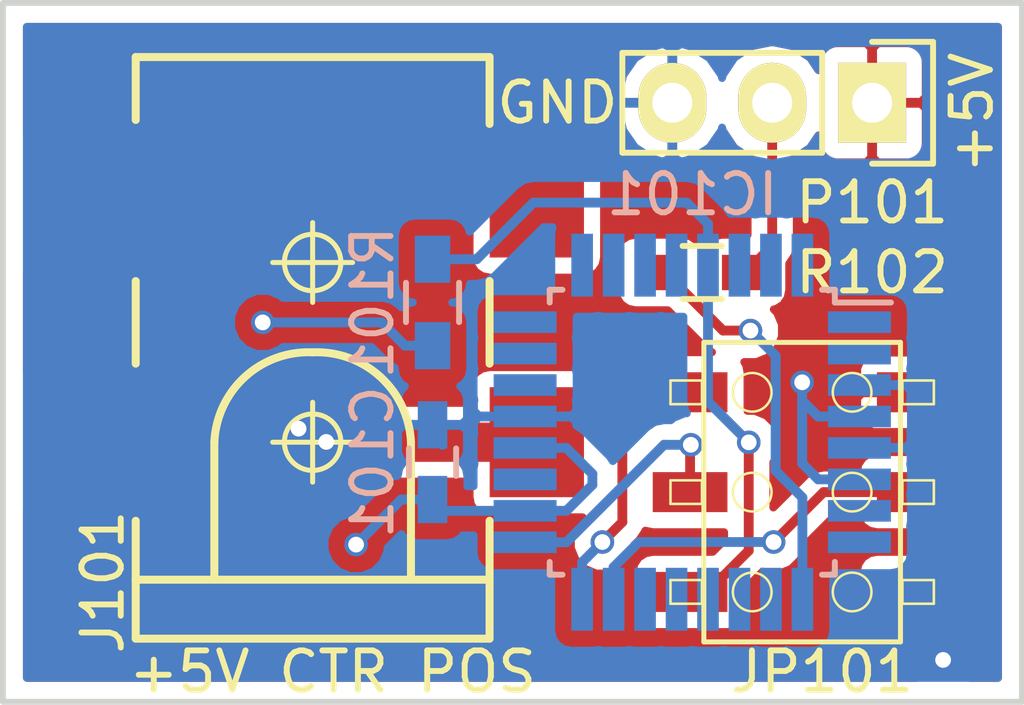
<source format=kicad_pcb>
(kicad_pcb (version 4) (host pcbnew 4.0.1-stable)

  (general
    (links 22)
    (no_connects 0)
    (area 123.368999 114.351571 149.617 136.103)
    (thickness 1.6)
    (drawings 7)
    (tracks 77)
    (zones 0)
    (modules 7)
    (nets 30)
  )

  (page A4)
  (layers
    (0 F.Cu signal)
    (31 B.Cu signal)
    (32 B.Adhes user)
    (33 F.Adhes user)
    (34 B.Paste user)
    (35 F.Paste user)
    (36 B.SilkS user)
    (37 F.SilkS user)
    (38 B.Mask user)
    (39 F.Mask user)
    (40 Dwgs.User user)
    (41 Cmts.User user)
    (42 Eco1.User user)
    (43 Eco2.User user)
    (44 Edge.Cuts user)
    (45 Margin user)
    (46 B.CrtYd user)
    (47 F.CrtYd user)
    (48 B.Fab user hide)
    (49 F.Fab user hide)
  )

  (setup
    (last_trace_width 0.25)
    (trace_clearance 0.2)
    (zone_clearance 0.4)
    (zone_45_only no)
    (trace_min 0.2)
    (segment_width 0.2)
    (edge_width 0.15)
    (via_size 0.6)
    (via_drill 0.4)
    (via_min_size 0.4)
    (via_min_drill 0.3)
    (uvia_size 0.3)
    (uvia_drill 0.1)
    (uvias_allowed no)
    (uvia_min_size 0.2)
    (uvia_min_drill 0.1)
    (pcb_text_width 0.3)
    (pcb_text_size 1.5 1.5)
    (mod_edge_width 0.15)
    (mod_text_size 1 1)
    (mod_text_width 0.15)
    (pad_size 1.524 1.524)
    (pad_drill 0.762)
    (pad_to_mask_clearance 0.2)
    (aux_axis_origin 0 0)
    (visible_elements FFFFFF7F)
    (pcbplotparams
      (layerselection 0x010f0_80000001)
      (usegerberextensions true)
      (excludeedgelayer true)
      (linewidth 0.100000)
      (plotframeref false)
      (viasonmask false)
      (mode 1)
      (useauxorigin false)
      (hpglpennumber 1)
      (hpglpenspeed 20)
      (hpglpendiameter 15)
      (hpglpenoverlay 2)
      (psnegative false)
      (psa4output false)
      (plotreference true)
      (plotvalue false)
      (plotinvisibletext false)
      (padsonsilk false)
      (subtractmaskfromsilk false)
      (outputformat 1)
      (mirror false)
      (drillshape 0)
      (scaleselection 1)
      (outputdirectory gerbers/))
  )

  (net 0 "")
  (net 1 +5V)
  (net 2 GND)
  (net 3 "Net-(IC101-Pad1)")
  (net 4 "Net-(IC101-Pad2)")
  (net 5 "Net-(IC101-Pad7)")
  (net 6 "Net-(IC101-Pad8)")
  (net 7 /D_OUT)
  (net 8 "Net-(IC101-Pad10)")
  (net 9 "Net-(IC101-Pad11)")
  (net 10 "Net-(IC101-Pad12)")
  (net 11 "Net-(IC101-Pad13)")
  (net 12 "Net-(IC101-Pad14)")
  (net 13 /PROG_MOSI)
  (net 14 /PROG_MISO)
  (net 15 /PROG_SCK)
  (net 16 "Net-(IC101-Pad19)")
  (net 17 "Net-(IC101-Pad22)")
  (net 18 "Net-(IC101-Pad23)")
  (net 19 "Net-(IC101-Pad24)")
  (net 20 "Net-(IC101-Pad25)")
  (net 21 "Net-(IC101-Pad26)")
  (net 22 "Net-(IC101-Pad27)")
  (net 23 "Net-(IC101-Pad28)")
  (net 24 /RESET)
  (net 25 "Net-(IC101-Pad30)")
  (net 26 "Net-(IC101-Pad31)")
  (net 27 "Net-(IC101-Pad32)")
  (net 28 /D_STRIP)
  (net 29 "Net-(J101-PadGNDB)")

  (net_class Default "This is the default net class."
    (clearance 0.2)
    (trace_width 0.25)
    (via_dia 0.6)
    (via_drill 0.4)
    (uvia_dia 0.3)
    (uvia_drill 0.1)
    (add_net +5V)
    (add_net /D_OUT)
    (add_net /D_STRIP)
    (add_net /PROG_MISO)
    (add_net /PROG_MOSI)
    (add_net /PROG_SCK)
    (add_net /RESET)
    (add_net GND)
    (add_net "Net-(IC101-Pad1)")
    (add_net "Net-(IC101-Pad10)")
    (add_net "Net-(IC101-Pad11)")
    (add_net "Net-(IC101-Pad12)")
    (add_net "Net-(IC101-Pad13)")
    (add_net "Net-(IC101-Pad14)")
    (add_net "Net-(IC101-Pad19)")
    (add_net "Net-(IC101-Pad2)")
    (add_net "Net-(IC101-Pad22)")
    (add_net "Net-(IC101-Pad23)")
    (add_net "Net-(IC101-Pad24)")
    (add_net "Net-(IC101-Pad25)")
    (add_net "Net-(IC101-Pad26)")
    (add_net "Net-(IC101-Pad27)")
    (add_net "Net-(IC101-Pad28)")
    (add_net "Net-(IC101-Pad30)")
    (add_net "Net-(IC101-Pad31)")
    (add_net "Net-(IC101-Pad32)")
    (add_net "Net-(IC101-Pad7)")
    (add_net "Net-(IC101-Pad8)")
    (add_net "Net-(J101-PadGNDB)")
  )

  (module SparkFun-Connectors:SparkFun-Connectors-POWER_JACK_SMD (layer F.Cu) (tedit 568A9B66) (tstamp 568A8F11)
    (at 131.318 129.286 90)
    (path /568A8DED)
    (attr smd)
    (fp_text reference J101 (at -3.556 -5.334 270) (layer F.SilkS)
      (effects (font (size 1 1) (thickness 0.15)))
    )
    (fp_text value POWER_JACKSMD (at 5.08 2.54 90) (layer F.Fab)
      (effects (font (thickness 0.15)))
    )
    (fp_line (start -4.99872 -4.49834) (end -4.99872 4.49834) (layer F.SilkS) (width 0.2032))
    (fp_line (start -4.99872 -4.49834) (end -3.49758 -4.49834) (layer F.SilkS) (width 0.2032))
    (fp_line (start 9.79932 -4.49834) (end 9.79932 4.49834) (layer F.SilkS) (width 0.2032))
    (fp_line (start -3.49758 4.49834) (end -4.99872 4.49834) (layer F.SilkS) (width 0.2032))
    (fp_line (start -3.49758 -4.49834) (end -3.49758 -2.49936) (layer F.SilkS) (width 0.2032))
    (fp_line (start -3.49758 -2.49936) (end -3.49758 2.49936) (layer F.SilkS) (width 0.2032))
    (fp_line (start -3.49758 2.49936) (end -3.49758 4.49834) (layer F.SilkS) (width 0.2032))
    (fp_line (start -3.49758 -2.49936) (end 0 -2.49936) (layer F.SilkS) (width 0.2032))
    (fp_line (start 0 2.49936) (end -3.49758 2.49936) (layer F.SilkS) (width 0.2032))
    (fp_line (start -3.49758 -4.49834) (end -1.99898 -4.49834) (layer F.SilkS) (width 0.2032))
    (fp_line (start 1.99898 -4.49834) (end 4.09956 -4.49834) (layer F.SilkS) (width 0.2032))
    (fp_line (start 8.19912 -4.49834) (end 9.79932 -4.49834) (layer F.SilkS) (width 0.2032))
    (fp_line (start 9.79932 4.49834) (end 8.09752 4.49834) (layer F.SilkS) (width 0.2032))
    (fp_line (start 4.09956 4.49834) (end 1.99898 4.49834) (layer F.SilkS) (width 0.2032))
    (fp_line (start -1.99898 4.49834) (end -3.49758 4.49834) (layer F.SilkS) (width 0.2032))
    (fp_circle (center 0 0) (end -0.508 0.508) (layer F.SilkS) (width 0.127))
    (fp_line (start -1.016 0) (end 1.016 0) (layer F.SilkS) (width 0.127))
    (fp_line (start 0 1.016) (end 0 -1.016) (layer F.SilkS) (width 0.127))
    (fp_circle (center 4.572 0) (end 5.08 0.508) (layer F.SilkS) (width 0.127))
    (fp_line (start 3.556 0) (end 5.588 0) (layer F.SilkS) (width 0.127))
    (fp_line (start 4.572 1.016) (end 4.572 -1.016) (layer F.SilkS) (width 0.127))
    (fp_arc (start -0.10668 -0.10668) (end 0 -2.49936) (angle 90) (layer F.SilkS) (width 0.2032))
    (fp_arc (start -0.10668 0.10668) (end 2.286 0) (angle 90) (layer F.SilkS) (width 0.2032))
    (pad GND smd rect (at 0 5.69976 90) (size 2.79908 2.39776) (layers F.Cu F.Paste F.Mask)
      (net 2 GND))
    (pad GNDB smd rect (at 6.09854 5.69976 90) (size 2.79908 2.39776) (layers F.Cu F.Paste F.Mask)
      (net 29 "Net-(J101-PadGNDB)"))
    (pad VIN0 smd rect (at 0 -5.69976 90) (size 2.79908 2.39776) (layers F.Cu F.Paste F.Mask)
      (net 1 +5V))
    (pad VIN1 smd rect (at 6.09854 -5.69976 90) (size 2.79908 2.39776) (layers F.Cu F.Paste F.Mask)
      (net 1 +5V))
  )

  (module Capacitors_SMD:C_0603_HandSoldering (layer B.Cu) (tedit 541A9B4D) (tstamp 568A804C)
    (at 134.366 129.794 90)
    (descr "Capacitor SMD 0603, hand soldering")
    (tags "capacitor 0603")
    (path /568A6E6B)
    (attr smd)
    (fp_text reference C101 (at 0 -1.524 90) (layer B.SilkS)
      (effects (font (size 1 1) (thickness 0.15)) (justify mirror))
    )
    (fp_text value 100nF (at 0 -1.9 90) (layer B.Fab)
      (effects (font (size 1 1) (thickness 0.15)) (justify mirror))
    )
    (fp_line (start -1.85 0.75) (end 1.85 0.75) (layer B.CrtYd) (width 0.05))
    (fp_line (start -1.85 -0.75) (end 1.85 -0.75) (layer B.CrtYd) (width 0.05))
    (fp_line (start -1.85 0.75) (end -1.85 -0.75) (layer B.CrtYd) (width 0.05))
    (fp_line (start 1.85 0.75) (end 1.85 -0.75) (layer B.CrtYd) (width 0.05))
    (fp_line (start -0.35 0.6) (end 0.35 0.6) (layer B.SilkS) (width 0.15))
    (fp_line (start 0.35 -0.6) (end -0.35 -0.6) (layer B.SilkS) (width 0.15))
    (pad 1 smd rect (at -0.95 0 90) (size 1.2 0.75) (layers B.Cu B.Paste B.Mask)
      (net 1 +5V))
    (pad 2 smd rect (at 0.95 0 90) (size 1.2 0.75) (layers B.Cu B.Paste B.Mask)
      (net 2 GND))
    (model Capacitors_SMD.3dshapes/C_0603_HandSoldering.wrl
      (at (xyz 0 0 0))
      (scale (xyz 1 1 1))
      (rotate (xyz 0 0 0))
    )
  )

  (module SparkFun-Connectors:SparkFun-Connectors-2X3_SMD (layer F.Cu) (tedit 568A9B76) (tstamp 568A8F1B)
    (at 143.764 130.556 270)
    (path /568A8DB0)
    (attr smd)
    (fp_text reference JP101 (at 4.572 -0.508 360) (layer F.SilkS)
      (effects (font (size 1 1) (thickness 0.15)))
    )
    (fp_text value M03X2 (at -2.28092 0.2032 270) (layer F.Fab)
      (effects (font (size 0.4064 0.4064) (thickness 0.0254)))
    )
    (fp_line (start -0.29972 -2.54762) (end 0.29972 -2.54762) (layer F.SilkS) (width 0.06604))
    (fp_line (start 0.29972 -2.54762) (end 0.29972 -3.34772) (layer F.SilkS) (width 0.06604))
    (fp_line (start -0.29972 -3.34772) (end 0.29972 -3.34772) (layer F.SilkS) (width 0.06604))
    (fp_line (start -0.29972 -2.54762) (end -0.29972 -3.34772) (layer F.SilkS) (width 0.06604))
    (fp_line (start -2.83972 -2.54762) (end -2.23774 -2.54762) (layer F.SilkS) (width 0.06604))
    (fp_line (start -2.23774 -2.54762) (end -2.23774 -3.34772) (layer F.SilkS) (width 0.06604))
    (fp_line (start -2.83972 -3.34772) (end -2.23774 -3.34772) (layer F.SilkS) (width 0.06604))
    (fp_line (start -2.83972 -2.54762) (end -2.83972 -3.34772) (layer F.SilkS) (width 0.06604))
    (fp_line (start 2.23774 -2.54762) (end 2.83972 -2.54762) (layer F.SilkS) (width 0.06604))
    (fp_line (start 2.83972 -2.54762) (end 2.83972 -3.34772) (layer F.SilkS) (width 0.06604))
    (fp_line (start 2.23774 -3.34772) (end 2.83972 -3.34772) (layer F.SilkS) (width 0.06604))
    (fp_line (start 2.23774 -2.54762) (end 2.23774 -3.34772) (layer F.SilkS) (width 0.06604))
    (fp_line (start -2.83972 3.34772) (end -2.23774 3.34772) (layer F.SilkS) (width 0.06604))
    (fp_line (start -2.23774 3.34772) (end -2.23774 2.54762) (layer F.SilkS) (width 0.06604))
    (fp_line (start -2.83972 2.54762) (end -2.23774 2.54762) (layer F.SilkS) (width 0.06604))
    (fp_line (start -2.83972 3.34772) (end -2.83972 2.54762) (layer F.SilkS) (width 0.06604))
    (fp_line (start -0.29972 3.34772) (end 0.29972 3.34772) (layer F.SilkS) (width 0.06604))
    (fp_line (start 0.29972 3.34772) (end 0.29972 2.54762) (layer F.SilkS) (width 0.06604))
    (fp_line (start -0.29972 2.54762) (end 0.29972 2.54762) (layer F.SilkS) (width 0.06604))
    (fp_line (start -0.29972 3.34772) (end -0.29972 2.54762) (layer F.SilkS) (width 0.06604))
    (fp_line (start 2.23774 3.34772) (end 2.83972 3.34772) (layer F.SilkS) (width 0.06604))
    (fp_line (start 2.83972 3.34772) (end 2.83972 2.54762) (layer F.SilkS) (width 0.06604))
    (fp_line (start 2.23774 2.54762) (end 2.83972 2.54762) (layer F.SilkS) (width 0.06604))
    (fp_line (start 2.23774 3.34772) (end 2.23774 2.54762) (layer F.SilkS) (width 0.06604))
    (fp_line (start -3.81 2.49936) (end -3.81 -2.49936) (layer F.SilkS) (width 0.127))
    (fp_line (start -3.81 -2.49936) (end 3.81 -2.49936) (layer F.SilkS) (width 0.127))
    (fp_line (start 3.81 -2.49936) (end 3.81 2.49936) (layer F.SilkS) (width 0.127))
    (fp_line (start 3.81 2.49936) (end -3.81 2.49936) (layer F.SilkS) (width 0.127))
    (fp_circle (center 0 -1.27) (end -0.34798 -1.61798) (layer F.SilkS) (width 0.0635))
    (fp_circle (center -2.54 -1.27) (end -2.88798 -1.61798) (layer F.SilkS) (width 0.0635))
    (fp_circle (center -2.54 1.27) (end -2.88798 1.61798) (layer F.SilkS) (width 0.0635))
    (fp_circle (center 0 1.27) (end -0.34798 1.61798) (layer F.SilkS) (width 0.0635))
    (fp_circle (center 2.54 1.27) (end 2.88798 1.61798) (layer F.SilkS) (width 0.0635))
    (fp_circle (center 2.54 -1.27) (end 2.88798 -1.61798) (layer F.SilkS) (width 0.0635))
    (pad 1 smd rect (at -2.54 2.84988 270) (size 1.01854 1.89992) (layers F.Cu F.Paste F.Mask)
      (net 14 /PROG_MISO))
    (pad 2 smd rect (at -2.54 -2.84988 270) (size 1.01854 1.89992) (layers F.Cu F.Paste F.Mask)
      (net 1 +5V))
    (pad 3 smd rect (at 0 2.84988 270) (size 1.01854 1.89992) (layers F.Cu F.Paste F.Mask)
      (net 15 /PROG_SCK))
    (pad 4 smd rect (at 0 -2.84988 270) (size 1.01854 1.89992) (layers F.Cu F.Paste F.Mask)
      (net 13 /PROG_MOSI))
    (pad 5 smd rect (at 2.54 2.84988 270) (size 1.01854 1.89992) (layers F.Cu F.Paste F.Mask)
      (net 24 /RESET))
    (pad 6 smd rect (at 2.54 -2.84988 270) (size 1.01854 1.89992) (layers F.Cu F.Paste F.Mask)
      (net 2 GND))
  )

  (module Pin_Headers:Pin_Header_Straight_1x03 (layer F.Cu) (tedit 0) (tstamp 568A8F3B)
    (at 145.542 120.65 270)
    (descr "Through hole pin header")
    (tags "pin header")
    (path /568A779C)
    (fp_text reference P101 (at 2.54 0 360) (layer F.SilkS)
      (effects (font (size 1 1) (thickness 0.15)))
    )
    (fp_text value CONN_01X03 (at 0 -3.1 270) (layer F.Fab)
      (effects (font (size 1 1) (thickness 0.15)))
    )
    (fp_line (start -1.75 -1.75) (end -1.75 6.85) (layer F.CrtYd) (width 0.05))
    (fp_line (start 1.75 -1.75) (end 1.75 6.85) (layer F.CrtYd) (width 0.05))
    (fp_line (start -1.75 -1.75) (end 1.75 -1.75) (layer F.CrtYd) (width 0.05))
    (fp_line (start -1.75 6.85) (end 1.75 6.85) (layer F.CrtYd) (width 0.05))
    (fp_line (start -1.27 1.27) (end -1.27 6.35) (layer F.SilkS) (width 0.15))
    (fp_line (start -1.27 6.35) (end 1.27 6.35) (layer F.SilkS) (width 0.15))
    (fp_line (start 1.27 6.35) (end 1.27 1.27) (layer F.SilkS) (width 0.15))
    (fp_line (start 1.55 -1.55) (end 1.55 0) (layer F.SilkS) (width 0.15))
    (fp_line (start 1.27 1.27) (end -1.27 1.27) (layer F.SilkS) (width 0.15))
    (fp_line (start -1.55 0) (end -1.55 -1.55) (layer F.SilkS) (width 0.15))
    (fp_line (start -1.55 -1.55) (end 1.55 -1.55) (layer F.SilkS) (width 0.15))
    (pad 1 thru_hole rect (at 0 0 270) (size 2.032 1.7272) (drill 1.016) (layers *.Cu *.Mask F.SilkS)
      (net 1 +5V))
    (pad 2 thru_hole oval (at 0 2.54 270) (size 2.032 1.7272) (drill 1.016) (layers *.Cu *.Mask F.SilkS)
      (net 28 /D_STRIP))
    (pad 3 thru_hole oval (at 0 5.08 270) (size 2.032 1.7272) (drill 1.016) (layers *.Cu *.Mask F.SilkS)
      (net 2 GND))
    (model Pin_Headers.3dshapes/Pin_Header_Straight_1x03.wrl
      (at (xyz 0 -0.1 0))
      (scale (xyz 1 1 1))
      (rotate (xyz 0 0 90))
    )
  )

  (module Resistors_SMD:R_0603_HandSoldering (layer F.Cu) (tedit 5418A00F) (tstamp 568A8094)
    (at 141.224 124.968 180)
    (descr "Resistor SMD 0603, hand soldering")
    (tags "resistor 0603")
    (path /568A747E)
    (attr smd)
    (fp_text reference R102 (at -4.318 0 180) (layer F.SilkS)
      (effects (font (size 1 1) (thickness 0.15)))
    )
    (fp_text value 470R (at 0 1.9 180) (layer F.Fab)
      (effects (font (size 1 1) (thickness 0.15)))
    )
    (fp_line (start -2 -0.8) (end 2 -0.8) (layer F.CrtYd) (width 0.05))
    (fp_line (start -2 0.8) (end 2 0.8) (layer F.CrtYd) (width 0.05))
    (fp_line (start -2 -0.8) (end -2 0.8) (layer F.CrtYd) (width 0.05))
    (fp_line (start 2 -0.8) (end 2 0.8) (layer F.CrtYd) (width 0.05))
    (fp_line (start 0.5 0.675) (end -0.5 0.675) (layer F.SilkS) (width 0.15))
    (fp_line (start -0.5 -0.675) (end 0.5 -0.675) (layer F.SilkS) (width 0.15))
    (pad 1 smd rect (at -1.1 0 180) (size 1.2 0.9) (layers F.Cu F.Paste F.Mask)
      (net 28 /D_STRIP))
    (pad 2 smd rect (at 1.1 0 180) (size 1.2 0.9) (layers F.Cu F.Paste F.Mask)
      (net 7 /D_OUT))
    (model Resistors_SMD.3dshapes/R_0603_HandSoldering.wrl
      (at (xyz 0 0 0))
      (scale (xyz 1 1 1))
      (rotate (xyz 0 0 0))
    )
  )

  (module Resistors_SMD:R_0603_HandSoldering (layer B.Cu) (tedit 5418A00F) (tstamp 568A808E)
    (at 134.366 125.73 270)
    (descr "Resistor SMD 0603, hand soldering")
    (tags "resistor 0603")
    (path /568A6D48)
    (attr smd)
    (fp_text reference R101 (at 0 1.524 270) (layer B.SilkS)
      (effects (font (size 1 1) (thickness 0.15)) (justify mirror))
    )
    (fp_text value 10k (at 0 -1.9 270) (layer B.Fab)
      (effects (font (size 1 1) (thickness 0.15)) (justify mirror))
    )
    (fp_line (start -2 0.8) (end 2 0.8) (layer B.CrtYd) (width 0.05))
    (fp_line (start -2 -0.8) (end 2 -0.8) (layer B.CrtYd) (width 0.05))
    (fp_line (start -2 0.8) (end -2 -0.8) (layer B.CrtYd) (width 0.05))
    (fp_line (start 2 0.8) (end 2 -0.8) (layer B.CrtYd) (width 0.05))
    (fp_line (start 0.5 -0.675) (end -0.5 -0.675) (layer B.SilkS) (width 0.15))
    (fp_line (start -0.5 0.675) (end 0.5 0.675) (layer B.SilkS) (width 0.15))
    (pad 1 smd rect (at -1.1 0 270) (size 1.2 0.9) (layers B.Cu B.Paste B.Mask)
      (net 24 /RESET))
    (pad 2 smd rect (at 1.1 0 270) (size 1.2 0.9) (layers B.Cu B.Paste B.Mask)
      (net 1 +5V))
    (model Resistors_SMD.3dshapes/R_0603_HandSoldering.wrl
      (at (xyz 0 0 0))
      (scale (xyz 1 1 1))
      (rotate (xyz 0 0 0))
    )
  )

  (module Housings_QFP:TQFP-32_7x7mm_Pitch0.8mm (layer B.Cu) (tedit 54130A77) (tstamp 568A8077)
    (at 140.97 129.032 180)
    (descr "32-Lead Plastic Thin Quad Flatpack (PT) - 7x7x1.0 mm Body, 2.00 mm [TQFP] (see Microchip Packaging Specification 00000049BS.pdf)")
    (tags "QFP 0.8")
    (path /568A6CEC)
    (attr smd)
    (fp_text reference IC101 (at 0 6.05 180) (layer B.SilkS)
      (effects (font (size 1 1) (thickness 0.15)) (justify mirror))
    )
    (fp_text value ATMEGA328P-A (at 0 -6.05 180) (layer B.Fab)
      (effects (font (size 1 1) (thickness 0.15)) (justify mirror))
    )
    (fp_line (start -5.3 5.3) (end -5.3 -5.3) (layer B.CrtYd) (width 0.05))
    (fp_line (start 5.3 5.3) (end 5.3 -5.3) (layer B.CrtYd) (width 0.05))
    (fp_line (start -5.3 5.3) (end 5.3 5.3) (layer B.CrtYd) (width 0.05))
    (fp_line (start -5.3 -5.3) (end 5.3 -5.3) (layer B.CrtYd) (width 0.05))
    (fp_line (start -3.625 3.625) (end -3.625 3.3) (layer B.SilkS) (width 0.15))
    (fp_line (start 3.625 3.625) (end 3.625 3.3) (layer B.SilkS) (width 0.15))
    (fp_line (start 3.625 -3.625) (end 3.625 -3.3) (layer B.SilkS) (width 0.15))
    (fp_line (start -3.625 -3.625) (end -3.625 -3.3) (layer B.SilkS) (width 0.15))
    (fp_line (start -3.625 3.625) (end -3.3 3.625) (layer B.SilkS) (width 0.15))
    (fp_line (start -3.625 -3.625) (end -3.3 -3.625) (layer B.SilkS) (width 0.15))
    (fp_line (start 3.625 -3.625) (end 3.3 -3.625) (layer B.SilkS) (width 0.15))
    (fp_line (start 3.625 3.625) (end 3.3 3.625) (layer B.SilkS) (width 0.15))
    (fp_line (start -3.625 3.3) (end -5.05 3.3) (layer B.SilkS) (width 0.15))
    (pad 1 smd rect (at -4.25 2.8 180) (size 1.6 0.55) (layers B.Cu B.Paste B.Mask)
      (net 3 "Net-(IC101-Pad1)"))
    (pad 2 smd rect (at -4.25 2 180) (size 1.6 0.55) (layers B.Cu B.Paste B.Mask)
      (net 4 "Net-(IC101-Pad2)"))
    (pad 3 smd rect (at -4.25 1.2 180) (size 1.6 0.55) (layers B.Cu B.Paste B.Mask)
      (net 2 GND))
    (pad 4 smd rect (at -4.25 0.4 180) (size 1.6 0.55) (layers B.Cu B.Paste B.Mask)
      (net 1 +5V))
    (pad 5 smd rect (at -4.25 -0.4 180) (size 1.6 0.55) (layers B.Cu B.Paste B.Mask)
      (net 2 GND))
    (pad 6 smd rect (at -4.25 -1.2 180) (size 1.6 0.55) (layers B.Cu B.Paste B.Mask)
      (net 1 +5V))
    (pad 7 smd rect (at -4.25 -2 180) (size 1.6 0.55) (layers B.Cu B.Paste B.Mask)
      (net 5 "Net-(IC101-Pad7)"))
    (pad 8 smd rect (at -4.25 -2.8 180) (size 1.6 0.55) (layers B.Cu B.Paste B.Mask)
      (net 6 "Net-(IC101-Pad8)"))
    (pad 9 smd rect (at -2.8 -4.25 90) (size 1.6 0.55) (layers B.Cu B.Paste B.Mask)
      (net 7 /D_OUT))
    (pad 10 smd rect (at -2 -4.25 90) (size 1.6 0.55) (layers B.Cu B.Paste B.Mask)
      (net 8 "Net-(IC101-Pad10)"))
    (pad 11 smd rect (at -1.2 -4.25 90) (size 1.6 0.55) (layers B.Cu B.Paste B.Mask)
      (net 9 "Net-(IC101-Pad11)"))
    (pad 12 smd rect (at -0.4 -4.25 90) (size 1.6 0.55) (layers B.Cu B.Paste B.Mask)
      (net 10 "Net-(IC101-Pad12)"))
    (pad 13 smd rect (at 0.4 -4.25 90) (size 1.6 0.55) (layers B.Cu B.Paste B.Mask)
      (net 11 "Net-(IC101-Pad13)"))
    (pad 14 smd rect (at 1.2 -4.25 90) (size 1.6 0.55) (layers B.Cu B.Paste B.Mask)
      (net 12 "Net-(IC101-Pad14)"))
    (pad 15 smd rect (at 2 -4.25 90) (size 1.6 0.55) (layers B.Cu B.Paste B.Mask)
      (net 13 /PROG_MOSI))
    (pad 16 smd rect (at 2.8 -4.25 90) (size 1.6 0.55) (layers B.Cu B.Paste B.Mask)
      (net 14 /PROG_MISO))
    (pad 17 smd rect (at 4.25 -2.8 180) (size 1.6 0.55) (layers B.Cu B.Paste B.Mask)
      (net 15 /PROG_SCK))
    (pad 18 smd rect (at 4.25 -2 180) (size 1.6 0.55) (layers B.Cu B.Paste B.Mask)
      (net 1 +5V))
    (pad 19 smd rect (at 4.25 -1.2 180) (size 1.6 0.55) (layers B.Cu B.Paste B.Mask)
      (net 16 "Net-(IC101-Pad19)"))
    (pad 20 smd rect (at 4.25 -0.4 180) (size 1.6 0.55) (layers B.Cu B.Paste B.Mask)
      (net 1 +5V))
    (pad 21 smd rect (at 4.25 0.4 180) (size 1.6 0.55) (layers B.Cu B.Paste B.Mask)
      (net 2 GND))
    (pad 22 smd rect (at 4.25 1.2 180) (size 1.6 0.55) (layers B.Cu B.Paste B.Mask)
      (net 17 "Net-(IC101-Pad22)"))
    (pad 23 smd rect (at 4.25 2 180) (size 1.6 0.55) (layers B.Cu B.Paste B.Mask)
      (net 18 "Net-(IC101-Pad23)"))
    (pad 24 smd rect (at 4.25 2.8 180) (size 1.6 0.55) (layers B.Cu B.Paste B.Mask)
      (net 19 "Net-(IC101-Pad24)"))
    (pad 25 smd rect (at 2.8 4.25 90) (size 1.6 0.55) (layers B.Cu B.Paste B.Mask)
      (net 20 "Net-(IC101-Pad25)"))
    (pad 26 smd rect (at 2 4.25 90) (size 1.6 0.55) (layers B.Cu B.Paste B.Mask)
      (net 21 "Net-(IC101-Pad26)"))
    (pad 27 smd rect (at 1.2 4.25 90) (size 1.6 0.55) (layers B.Cu B.Paste B.Mask)
      (net 22 "Net-(IC101-Pad27)"))
    (pad 28 smd rect (at 0.4 4.25 90) (size 1.6 0.55) (layers B.Cu B.Paste B.Mask)
      (net 23 "Net-(IC101-Pad28)"))
    (pad 29 smd rect (at -0.4 4.25 90) (size 1.6 0.55) (layers B.Cu B.Paste B.Mask)
      (net 24 /RESET))
    (pad 30 smd rect (at -1.2 4.25 90) (size 1.6 0.55) (layers B.Cu B.Paste B.Mask)
      (net 25 "Net-(IC101-Pad30)"))
    (pad 31 smd rect (at -2 4.25 90) (size 1.6 0.55) (layers B.Cu B.Paste B.Mask)
      (net 26 "Net-(IC101-Pad31)"))
    (pad 32 smd rect (at -2.8 4.25 90) (size 1.6 0.55) (layers B.Cu B.Paste B.Mask)
      (net 27 "Net-(IC101-Pad32)"))
    (model Housings_QFP.3dshapes/TQFP-32_7x7mm_Pitch0.8mm.wrl
      (at (xyz 0 0 0))
      (scale (xyz 1 1 1))
      (rotate (xyz 0 0 0))
    )
  )

  (gr_text "+5V CTR POS" (at 131.826 135.128) (layer F.SilkS)
    (effects (font (size 1 1) (thickness 0.15)))
  )
  (gr_text GND (at 137.541 120.65 360) (layer F.SilkS)
    (effects (font (size 1 1) (thickness 0.15)))
  )
  (gr_text +5V (at 148.082 120.904 90) (layer F.SilkS)
    (effects (font (size 1 1) (thickness 0.15)))
  )
  (gr_line (start 123.444 118.11) (end 149.352 118.11) (layer Edge.Cuts) (width 0.15))
  (gr_line (start 123.444 135.89) (end 123.444 118.11) (layer Edge.Cuts) (width 0.15))
  (gr_line (start 149.352 135.89) (end 123.444 135.89) (layer Edge.Cuts) (width 0.15))
  (gr_line (start 149.352 118.11) (end 149.352 135.89) (layer Edge.Cuts) (width 0.15))

  (segment (start 133.074 126.238) (end 130.048 126.238) (width 0.25) (layer B.Cu) (net 1))
  (via (at 130.048 126.238) (size 0.6) (drill 0.4) (layers F.Cu B.Cu) (net 1))
  (segment (start 134.366 126.83) (end 133.666 126.83) (width 0.25) (layer B.Cu) (net 1))
  (segment (start 133.666 126.83) (end 133.074 126.238) (width 0.25) (layer B.Cu) (net 1))
  (segment (start 134.366 130.744) (end 133.569952 130.744) (width 0.25) (layer B.Cu) (net 1))
  (segment (start 132.722834 131.591118) (end 132.422835 131.891117) (width 0.25) (layer B.Cu) (net 1))
  (segment (start 133.569952 130.744) (end 132.722834 131.591118) (width 0.25) (layer B.Cu) (net 1))
  (via (at 132.422835 131.891117) (size 0.6) (drill 0.4) (layers F.Cu B.Cu) (net 1))
  (segment (start 136.72 131.032) (end 134.654 131.032) (width 0.25) (layer B.Cu) (net 1) (status 30))
  (segment (start 134.654 131.032) (end 134.366 130.744) (width 0.25) (layer B.Cu) (net 1) (status 30))
  (segment (start 145.22 130.232) (end 144.17 130.232) (width 0.25) (layer B.Cu) (net 1) (status 10))
  (segment (start 144.17 130.232) (end 143.764 129.826) (width 0.25) (layer B.Cu) (net 1))
  (segment (start 143.764 129.826) (end 143.764 128.226) (width 0.25) (layer B.Cu) (net 1))
  (segment (start 145.22 128.632) (end 144.17 128.632) (width 0.25) (layer B.Cu) (net 1) (status 10))
  (segment (start 144.17 128.632) (end 143.764 128.226) (width 0.25) (layer B.Cu) (net 1))
  (segment (start 143.764 128.226) (end 143.764 127.762) (width 0.25) (layer B.Cu) (net 1))
  (via (at 143.764 127.762) (size 0.6) (drill 0.4) (layers F.Cu B.Cu) (net 1))
  (segment (start 138.43 130.372) (end 138.43 130.092) (width 0.25) (layer B.Cu) (net 1))
  (segment (start 138.43 130.092) (end 137.77 129.432) (width 0.25) (layer B.Cu) (net 1))
  (segment (start 137.77 129.432) (end 136.72 129.432) (width 0.25) (layer B.Cu) (net 1) (status 20))
  (segment (start 136.72 131.032) (end 137.77 131.032) (width 0.25) (layer B.Cu) (net 1) (status 10))
  (segment (start 137.77 131.032) (end 138.43 130.372) (width 0.25) (layer B.Cu) (net 1))
  (segment (start 131.671816 129.286) (end 131.664339 129.278523) (width 1) (layer F.Cu) (net 2))
  (segment (start 137.01776 129.286) (end 131.671816 129.286) (width 1) (layer F.Cu) (net 2))
  (segment (start 131.296588 129.278523) (end 131.664339 129.278523) (width 1) (layer F.Cu) (net 2))
  (segment (start 130.959476 128.941411) (end 131.296588 129.278523) (width 1) (layer F.Cu) (net 2))
  (via (at 131.664339 129.278523) (size 0.6) (drill 0.4) (layers F.Cu B.Cu) (net 2))
  (segment (start 131.259475 129.24141) (end 130.959476 128.941411) (width 0.25) (layer B.Cu) (net 2))
  (segment (start 131.370065 129.352) (end 131.259475 129.24141) (width 0.25) (layer B.Cu) (net 2))
  (segment (start 131.384 129.352) (end 131.370065 129.352) (width 0.25) (layer B.Cu) (net 2))
  (via (at 130.959476 128.941411) (size 0.6) (drill 0.4) (layers F.Cu B.Cu) (net 2))
  (segment (start 147.047578 134.5255) (end 147.347577 134.825499) (width 0.25) (layer F.Cu) (net 2))
  (segment (start 146.61388 134.091802) (end 147.047578 134.5255) (width 0.25) (layer F.Cu) (net 2))
  (segment (start 146.61388 133.096) (end 146.61388 134.091802) (width 0.25) (layer F.Cu) (net 2))
  (via (at 147.347577 134.825499) (size 0.6) (drill 0.4) (layers F.Cu B.Cu) (net 2))
  (segment (start 134.554 129.286) (end 134.62 129.352) (width 0.25) (layer B.Cu) (net 2) (status 30))
  (segment (start 143.089644 127.086004) (end 142.448919 126.445279) (width 0.25) (layer B.Cu) (net 7))
  (segment (start 143.089644 130.014149) (end 143.089644 127.086004) (width 0.25) (layer B.Cu) (net 7))
  (segment (start 143.77 130.694505) (end 143.089644 130.014149) (width 0.25) (layer B.Cu) (net 7))
  (segment (start 143.77 133.282) (end 143.77 130.694505) (width 0.25) (layer B.Cu) (net 7) (status 10))
  (segment (start 141.751279 126.445279) (end 142.448919 126.445279) (width 0.25) (layer F.Cu) (net 7))
  (segment (start 140.274 124.968) (end 141.751279 126.445279) (width 0.25) (layer F.Cu) (net 7) (status 10))
  (segment (start 140.124 124.968) (end 140.274 124.968) (width 0.25) (layer F.Cu) (net 7) (status 30))
  (via (at 142.448919 126.445279) (size 0.6) (drill 0.4) (layers F.Cu B.Cu) (net 7))
  (segment (start 140.208 125.052) (end 140.124 124.968) (width 0.25) (layer F.Cu) (net 7) (status 30))
  (segment (start 144.307598 130.556) (end 143.037598 131.826) (width 0.25) (layer F.Cu) (net 13))
  (segment (start 139.609002 131.826) (end 143.037598 131.826) (width 0.25) (layer B.Cu) (net 13))
  (segment (start 138.97 132.465002) (end 139.609002 131.826) (width 0.25) (layer B.Cu) (net 13))
  (segment (start 138.97 133.282) (end 138.97 132.465002) (width 0.25) (layer B.Cu) (net 13) (status 10))
  (via (at 143.037598 131.826) (size 0.6) (drill 0.4) (layers F.Cu B.Cu) (net 13))
  (segment (start 146.61388 130.556) (end 144.307598 130.556) (width 0.25) (layer F.Cu) (net 13) (status 10))
  (segment (start 139.192 131.318) (end 139.192 129.29743) (width 0.25) (layer F.Cu) (net 14))
  (segment (start 139.192 129.29743) (end 140.47343 128.016) (width 0.25) (layer F.Cu) (net 14) (status 20))
  (segment (start 140.47343 128.016) (end 140.91412 128.016) (width 0.25) (layer F.Cu) (net 14) (status 30))
  (segment (start 138.684 131.826) (end 139.192 131.318) (width 0.25) (layer F.Cu) (net 14))
  (segment (start 138.17 133.282) (end 138.17 132.34) (width 0.25) (layer B.Cu) (net 14) (status 10))
  (segment (start 138.17 132.34) (end 138.684 131.826) (width 0.25) (layer B.Cu) (net 14))
  (via (at 138.684 131.826) (size 0.6) (drill 0.4) (layers F.Cu B.Cu) (net 14))
  (segment (start 140.91412 129.37071) (end 140.932991 129.351839) (width 0.25) (layer F.Cu) (net 15))
  (segment (start 140.91412 130.556) (end 140.91412 129.37071) (width 0.25) (layer F.Cu) (net 15) (status 10))
  (segment (start 140.250161 129.351839) (end 140.932991 129.351839) (width 0.25) (layer B.Cu) (net 15))
  (segment (start 137.77 131.832) (end 140.250161 129.351839) (width 0.25) (layer B.Cu) (net 15))
  (segment (start 136.72 131.832) (end 137.77 131.832) (width 0.25) (layer B.Cu) (net 15) (status 10))
  (via (at 140.932991 129.351839) (size 0.6) (drill 0.4) (layers F.Cu B.Cu) (net 15))
  (segment (start 142.405298 132.045512) (end 142.405298 129.289888) (width 0.25) (layer F.Cu) (net 24))
  (segment (start 141.35481 133.096) (end 142.405298 132.045512) (width 0.25) (layer F.Cu) (net 24) (status 10))
  (segment (start 141.37 128.25459) (end 142.405298 129.289888) (width 0.25) (layer B.Cu) (net 24))
  (segment (start 140.91412 133.096) (end 141.35481 133.096) (width 0.25) (layer F.Cu) (net 24) (status 30))
  (segment (start 141.37 124.782) (end 141.37 128.25459) (width 0.25) (layer B.Cu) (net 24) (status 10))
  (via (at 142.405298 129.289888) (size 0.6) (drill 0.4) (layers F.Cu B.Cu) (net 24))
  (segment (start 136.93 123.19) (end 135.49 124.63) (width 0.25) (layer B.Cu) (net 24))
  (segment (start 135.49 124.63) (end 134.366 124.63) (width 0.25) (layer B.Cu) (net 24) (status 20))
  (segment (start 141.37 123.732) (end 141.37 124.782) (width 0.25) (layer B.Cu) (net 24) (status 20))
  (segment (start 140.828 123.19) (end 141.37 123.732) (width 0.25) (layer B.Cu) (net 24))
  (segment (start 136.93 123.19) (end 140.828 123.19) (width 0.25) (layer B.Cu) (net 24))
  (segment (start 143.002 121.158) (end 143.002 124.29) (width 0.25) (layer F.Cu) (net 28) (status 10))
  (segment (start 143.002 124.29) (end 142.324 124.968) (width 0.25) (layer F.Cu) (net 28) (status 20))

  (zone (net 1) (net_name +5V) (layer F.Cu) (tstamp 0) (hatch edge 0.508)
    (connect_pads (clearance 0.4))
    (min_thickness 0.2)
    (fill yes (arc_segments 16) (thermal_gap 0.4) (thermal_bridge_width 0.25))
    (polygon
      (pts
        (xy 123.952 118.618) (xy 148.844 118.618) (xy 148.844 135.382) (xy 123.952 135.382)
      )
    )
    (filled_polygon
      (pts
        (xy 148.744 135.282) (xy 148.022638 135.282) (xy 148.025389 135.279254) (xy 148.147438 134.985327) (xy 148.147716 134.667067)
        (xy 148.02618 134.372927) (xy 147.801332 134.147687) (xy 147.67321 134.094486) (xy 147.749129 134.080201) (xy 147.919305 133.970695)
        (xy 148.03347 133.803609) (xy 148.073635 133.60527) (xy 148.073635 132.58673) (xy 148.038771 132.401441) (xy 147.929265 132.231265)
        (xy 147.762179 132.1171) (xy 147.56384 132.076935) (xy 145.66392 132.076935) (xy 145.478631 132.111799) (xy 145.308455 132.221305)
        (xy 145.19429 132.388391) (xy 145.154125 132.58673) (xy 145.154125 133.60527) (xy 145.188989 133.790559) (xy 145.298495 133.960735)
        (xy 145.465581 134.0749) (xy 145.66392 134.115065) (xy 145.993507 134.115065) (xy 146.036455 134.330979) (xy 146.171938 134.533744)
        (xy 146.547503 134.909308) (xy 146.547438 134.983931) (xy 146.668974 135.278071) (xy 146.672896 135.282) (xy 124.052 135.282)
        (xy 124.052 131.025287) (xy 124.136133 131.109419) (xy 124.319904 131.18554) (xy 125.46824 131.18554) (xy 125.59324 131.06054)
        (xy 125.59324 129.311) (xy 125.64324 129.311) (xy 125.64324 131.06054) (xy 125.76824 131.18554) (xy 126.916576 131.18554)
        (xy 127.100347 131.109419) (xy 127.241 130.968767) (xy 127.31712 130.784996) (xy 127.31712 129.436) (xy 127.19212 129.311)
        (xy 125.64324 129.311) (xy 125.59324 129.311) (xy 125.57324 129.311) (xy 125.57324 129.261) (xy 125.59324 129.261)
        (xy 125.59324 127.51146) (xy 125.64324 127.51146) (xy 125.64324 129.261) (xy 127.19212 129.261) (xy 127.31712 129.136)
        (xy 127.31712 128.941411) (xy 129.959476 128.941411) (xy 130.035596 129.324095) (xy 130.252369 129.648518) (xy 130.589481 129.98563)
        (xy 130.913905 130.202403) (xy 131.296588 130.278523) (xy 131.634226 130.278523) (xy 131.671816 130.286) (xy 135.309085 130.286)
        (xy 135.309085 130.68554) (xy 135.343949 130.870829) (xy 135.453455 131.041005) (xy 135.620541 131.15517) (xy 135.81888 131.195335)
        (xy 138.183406 131.195335) (xy 138.006188 131.372245) (xy 137.884139 131.666172) (xy 137.883861 131.984432) (xy 138.005397 132.278572)
        (xy 138.230245 132.503812) (xy 138.524172 132.625861) (xy 138.842432 132.626139) (xy 139.136572 132.504603) (xy 139.361812 132.279755)
        (xy 139.483861 131.985828) (xy 139.483927 131.909956) (xy 139.633939 131.759944) (xy 139.633942 131.759942) (xy 139.769425 131.557177)
        (xy 139.773545 131.536464) (xy 139.96416 131.575065) (xy 141.780298 131.575065) (xy 141.780298 131.786629) (xy 141.489992 132.076935)
        (xy 139.96416 132.076935) (xy 139.778871 132.111799) (xy 139.608695 132.221305) (xy 139.49453 132.388391) (xy 139.454365 132.58673)
        (xy 139.454365 133.60527) (xy 139.489229 133.790559) (xy 139.598735 133.960735) (xy 139.765821 134.0749) (xy 139.96416 134.115065)
        (xy 141.86408 134.115065) (xy 142.049369 134.080201) (xy 142.219545 133.970695) (xy 142.33371 133.803609) (xy 142.373875 133.60527)
        (xy 142.373875 132.960818) (xy 142.758399 132.576294) (xy 142.87777 132.625861) (xy 143.19603 132.626139) (xy 143.49017 132.504603)
        (xy 143.71541 132.279755) (xy 143.837459 131.985828) (xy 143.837525 131.909957) (xy 144.566482 131.181) (xy 145.175901 131.181)
        (xy 145.188989 131.250559) (xy 145.298495 131.420735) (xy 145.465581 131.5349) (xy 145.66392 131.575065) (xy 147.56384 131.575065)
        (xy 147.749129 131.540201) (xy 147.919305 131.430695) (xy 148.03347 131.263609) (xy 148.073635 131.06527) (xy 148.073635 130.04673)
        (xy 148.038771 129.861441) (xy 147.929265 129.691265) (xy 147.762179 129.5771) (xy 147.56384 129.536935) (xy 145.66392 129.536935)
        (xy 145.478631 129.571799) (xy 145.308455 129.681305) (xy 145.19429 129.848391) (xy 145.177561 129.931) (xy 144.307598 129.931)
        (xy 144.06842 129.978575) (xy 143.865656 130.114058) (xy 143.030298 130.949416) (xy 143.030298 129.796363) (xy 143.08311 129.743643)
        (xy 143.205159 129.449716) (xy 143.205437 129.131456) (xy 143.083901 128.837316) (xy 142.859053 128.612076) (xy 142.565126 128.490027)
        (xy 142.373875 128.48986) (xy 142.373875 128.166) (xy 145.16392 128.166) (xy 145.16392 128.624726) (xy 145.24004 128.808497)
        (xy 145.380693 128.949149) (xy 145.564464 129.02527) (xy 146.46388 129.02527) (xy 146.58888 128.90027) (xy 146.58888 128.041)
        (xy 146.63888 128.041) (xy 146.63888 128.90027) (xy 146.76388 129.02527) (xy 147.663296 129.02527) (xy 147.847067 128.949149)
        (xy 147.98772 128.808497) (xy 148.06384 128.624726) (xy 148.06384 128.166) (xy 147.93884 128.041) (xy 146.63888 128.041)
        (xy 146.58888 128.041) (xy 145.28892 128.041) (xy 145.16392 128.166) (xy 142.373875 128.166) (xy 142.373875 127.50673)
        (xy 142.355162 127.407274) (xy 145.16392 127.407274) (xy 145.16392 127.866) (xy 145.28892 127.991) (xy 146.58888 127.991)
        (xy 146.58888 127.13173) (xy 146.63888 127.13173) (xy 146.63888 127.991) (xy 147.93884 127.991) (xy 148.06384 127.866)
        (xy 148.06384 127.407274) (xy 147.98772 127.223503) (xy 147.847067 127.082851) (xy 147.663296 127.00673) (xy 146.76388 127.00673)
        (xy 146.63888 127.13173) (xy 146.58888 127.13173) (xy 146.46388 127.00673) (xy 145.564464 127.00673) (xy 145.380693 127.082851)
        (xy 145.24004 127.223503) (xy 145.16392 127.407274) (xy 142.355162 127.407274) (xy 142.339011 127.321441) (xy 142.289913 127.245141)
        (xy 142.607351 127.245418) (xy 142.901491 127.123882) (xy 143.126731 126.899034) (xy 143.24878 126.605107) (xy 143.249058 126.286847)
        (xy 143.127522 125.992707) (xy 143.040787 125.90582) (xy 143.109289 125.892931) (xy 143.279465 125.783425) (xy 143.39363 125.616339)
        (xy 143.433795 125.418) (xy 143.433795 124.742089) (xy 143.443942 124.731942) (xy 143.579425 124.529177) (xy 143.627001 124.29)
        (xy 143.627 124.289995) (xy 143.627 122.022964) (xy 143.966211 121.796311) (xy 144.1784 121.478747) (xy 144.1784 121.765456)
        (xy 144.25452 121.949227) (xy 144.395173 122.089879) (xy 144.578944 122.166) (xy 145.392 122.166) (xy 145.517 122.041)
        (xy 145.517 120.675) (xy 145.567 120.675) (xy 145.567 122.041) (xy 145.692 122.166) (xy 146.505056 122.166)
        (xy 146.688827 122.089879) (xy 146.82948 121.949227) (xy 146.9056 121.765456) (xy 146.9056 120.8) (xy 146.7806 120.675)
        (xy 145.567 120.675) (xy 145.517 120.675) (xy 145.497 120.675) (xy 145.497 120.625) (xy 145.517 120.625)
        (xy 145.517 119.259) (xy 145.567 119.259) (xy 145.567 120.625) (xy 146.7806 120.625) (xy 146.9056 120.5)
        (xy 146.9056 119.534544) (xy 146.82948 119.350773) (xy 146.688827 119.210121) (xy 146.505056 119.134) (xy 145.692 119.134)
        (xy 145.567 119.259) (xy 145.517 119.259) (xy 145.392 119.134) (xy 144.578944 119.134) (xy 144.395173 119.210121)
        (xy 144.25452 119.350773) (xy 144.1784 119.534544) (xy 144.1784 119.821253) (xy 143.966211 119.503689) (xy 143.523827 119.208098)
        (xy 143.002 119.1043) (xy 142.480173 119.208098) (xy 142.037789 119.503689) (xy 141.742198 119.946073) (xy 141.732 119.997342)
        (xy 141.721802 119.946073) (xy 141.426211 119.503689) (xy 140.983827 119.208098) (xy 140.462 119.1043) (xy 139.940173 119.208098)
        (xy 139.497789 119.503689) (xy 139.202198 119.946073) (xy 139.0984 120.4679) (xy 139.0984 120.8321) (xy 139.202198 121.353927)
        (xy 139.497789 121.796311) (xy 139.940173 122.091902) (xy 140.462 122.1957) (xy 140.983827 122.091902) (xy 141.426211 121.796311)
        (xy 141.721802 121.353927) (xy 141.732 121.302658) (xy 141.742198 121.353927) (xy 142.037789 121.796311) (xy 142.377 122.022964)
        (xy 142.377 124.008205) (xy 141.724 124.008205) (xy 141.538711 124.043069) (xy 141.368535 124.152575) (xy 141.25437 124.319661)
        (xy 141.22436 124.467855) (xy 141.198931 124.332711) (xy 141.089425 124.162535) (xy 140.922339 124.04837) (xy 140.724 124.008205)
        (xy 139.524 124.008205) (xy 139.338711 124.043069) (xy 139.168535 124.152575) (xy 139.05437 124.319661) (xy 139.014205 124.518)
        (xy 139.014205 125.418) (xy 139.049069 125.603289) (xy 139.158575 125.773465) (xy 139.325661 125.88763) (xy 139.524 125.927795)
        (xy 140.349911 125.927795) (xy 141.309337 126.887221) (xy 141.473536 126.996935) (xy 139.96416 126.996935) (xy 139.778871 127.031799)
        (xy 139.608695 127.141305) (xy 139.49453 127.308391) (xy 139.454365 127.50673) (xy 139.454365 128.151181) (xy 138.750058 128.855488)
        (xy 138.726435 128.890842) (xy 138.726435 127.88646) (xy 138.691571 127.701171) (xy 138.582065 127.530995) (xy 138.414979 127.41683)
        (xy 138.21664 127.376665) (xy 135.81888 127.376665) (xy 135.633591 127.411529) (xy 135.463415 127.521035) (xy 135.34925 127.688121)
        (xy 135.309085 127.88646) (xy 135.309085 128.286) (xy 131.718279 128.286) (xy 131.666583 128.234304) (xy 131.34216 128.017531)
        (xy 130.959476 127.941411) (xy 130.576792 128.017531) (xy 130.252369 128.234304) (xy 130.035596 128.558727) (xy 129.959476 128.941411)
        (xy 127.31712 128.941411) (xy 127.31712 127.787004) (xy 127.241 127.603233) (xy 127.100347 127.462581) (xy 126.916576 127.38646)
        (xy 125.76824 127.38646) (xy 125.64324 127.51146) (xy 125.59324 127.51146) (xy 125.46824 127.38646) (xy 124.319904 127.38646)
        (xy 124.136133 127.462581) (xy 124.052 127.546713) (xy 124.052 124.926747) (xy 124.136133 125.010879) (xy 124.319904 125.087)
        (xy 125.46824 125.087) (xy 125.59324 124.962) (xy 125.59324 123.21246) (xy 125.64324 123.21246) (xy 125.64324 124.962)
        (xy 125.76824 125.087) (xy 126.916576 125.087) (xy 127.100347 125.010879) (xy 127.241 124.870227) (xy 127.31712 124.686456)
        (xy 127.31712 123.33746) (xy 127.19212 123.21246) (xy 125.64324 123.21246) (xy 125.59324 123.21246) (xy 125.57324 123.21246)
        (xy 125.57324 123.16246) (xy 125.59324 123.16246) (xy 125.59324 121.41292) (xy 125.64324 121.41292) (xy 125.64324 123.16246)
        (xy 127.19212 123.16246) (xy 127.31712 123.03746) (xy 127.31712 121.78792) (xy 135.309085 121.78792) (xy 135.309085 124.587)
        (xy 135.343949 124.772289) (xy 135.453455 124.942465) (xy 135.620541 125.05663) (xy 135.81888 125.096795) (xy 138.21664 125.096795)
        (xy 138.401929 125.061931) (xy 138.572105 124.952425) (xy 138.68627 124.785339) (xy 138.726435 124.587) (xy 138.726435 121.78792)
        (xy 138.691571 121.602631) (xy 138.582065 121.432455) (xy 138.414979 121.31829) (xy 138.21664 121.278125) (xy 135.81888 121.278125)
        (xy 135.633591 121.312989) (xy 135.463415 121.422495) (xy 135.34925 121.589581) (xy 135.309085 121.78792) (xy 127.31712 121.78792)
        (xy 127.31712 121.688464) (xy 127.241 121.504693) (xy 127.100347 121.364041) (xy 126.916576 121.28792) (xy 125.76824 121.28792)
        (xy 125.64324 121.41292) (xy 125.59324 121.41292) (xy 125.46824 121.28792) (xy 124.319904 121.28792) (xy 124.136133 121.364041)
        (xy 124.052 121.448173) (xy 124.052 118.718) (xy 148.744 118.718)
      )
    )
  )
  (zone (net 2) (net_name GND) (layer B.Cu) (tstamp 0) (hatch edge 0.508)
    (connect_pads (clearance 0.4))
    (min_thickness 0.2)
    (fill yes (arc_segments 16) (thermal_gap 0.4) (thermal_bridge_width 0.25))
    (polygon
      (pts
        (xy 123.952 118.618) (xy 148.844 118.618) (xy 148.844 135.382) (xy 123.952 135.382)
      )
    )
    (filled_polygon
      (pts
        (xy 148.744 135.282) (xy 124.052 135.282) (xy 124.052 126.396432) (xy 129.247861 126.396432) (xy 129.369397 126.690572)
        (xy 129.594245 126.915812) (xy 129.888172 127.037861) (xy 130.206432 127.038139) (xy 130.500572 126.916603) (xy 130.554268 126.863)
        (xy 132.815116 126.863) (xy 133.224056 127.271939) (xy 133.224058 127.271942) (xy 133.296069 127.320058) (xy 133.406205 127.393649)
        (xy 133.406205 127.43) (xy 133.441069 127.615289) (xy 133.550575 127.785465) (xy 133.664552 127.863342) (xy 133.56712 127.960773)
        (xy 133.491 128.144544) (xy 133.491 128.694) (xy 133.616 128.819) (xy 134.341 128.819) (xy 134.341 128.799)
        (xy 134.391 128.799) (xy 134.391 128.819) (xy 135.116 128.819) (xy 135.241 128.694) (xy 135.241 128.144544)
        (xy 135.16488 127.960773) (xy 135.06685 127.862743) (xy 135.171465 127.795425) (xy 135.28563 127.628339) (xy 135.325795 127.43)
        (xy 135.325795 126.23) (xy 135.290931 126.044711) (xy 135.181425 125.874535) (xy 135.014339 125.76037) (xy 134.866145 125.73036)
        (xy 135.001289 125.704931) (xy 135.171465 125.595425) (xy 135.28563 125.428339) (xy 135.320732 125.255) (xy 135.49 125.255)
        (xy 135.729177 125.207425) (xy 135.931942 125.071942) (xy 137.188883 123.815) (xy 137.419024 123.815) (xy 137.385205 123.982)
        (xy 137.385205 125.447205) (xy 135.92 125.447205) (xy 135.734711 125.482069) (xy 135.564535 125.591575) (xy 135.45037 125.758661)
        (xy 135.410205 125.957) (xy 135.410205 126.507) (xy 135.434589 126.63659) (xy 135.410205 126.757) (xy 135.410205 127.307)
        (xy 135.434589 127.43659) (xy 135.410205 127.557) (xy 135.410205 128.107) (xy 135.432743 128.22678) (xy 135.42 128.257544)
        (xy 135.42 128.482) (xy 135.545 128.607) (xy 135.871631 128.607) (xy 135.92 128.616795) (xy 137.52 128.616795)
        (xy 137.572057 128.607) (xy 137.895 128.607) (xy 138.02 128.482) (xy 138.02 128.257544) (xy 138.006103 128.223994)
        (xy 138.029795 128.107) (xy 138.029795 127.557) (xy 138.005411 127.42741) (xy 138.029795 127.307) (xy 138.029795 126.757)
        (xy 138.005411 126.62741) (xy 138.029795 126.507) (xy 138.029795 126.091795) (xy 138.445 126.091795) (xy 138.57459 126.067411)
        (xy 138.695 126.091795) (xy 139.245 126.091795) (xy 139.37459 126.067411) (xy 139.495 126.091795) (xy 140.045 126.091795)
        (xy 140.17459 126.067411) (xy 140.295 126.091795) (xy 140.745 126.091795) (xy 140.745 128.25459) (xy 140.792575 128.493767)
        (xy 140.831318 128.55175) (xy 140.774559 128.5517) (xy 140.480419 128.673236) (xy 140.426723 128.726839) (xy 140.250161 128.726839)
        (xy 140.010983 128.774414) (xy 139.808219 128.909897) (xy 138.950495 129.767621) (xy 138.871942 129.650058) (xy 138.211942 128.990058)
        (xy 138.02 128.861807) (xy 138.02 128.782) (xy 137.895 128.657) (xy 137.568369 128.657) (xy 137.52 128.647205)
        (xy 135.92 128.647205) (xy 135.867943 128.657) (xy 135.545 128.657) (xy 135.42 128.782) (xy 135.42 129.006456)
        (xy 135.433897 129.040006) (xy 135.410205 129.157) (xy 135.410205 129.707) (xy 135.434589 129.83659) (xy 135.410205 129.957)
        (xy 135.410205 130.407) (xy 135.250795 130.407) (xy 135.250795 130.144) (xy 135.215931 129.958711) (xy 135.106425 129.788535)
        (xy 135.10473 129.787377) (xy 135.16488 129.727227) (xy 135.241 129.543456) (xy 135.241 128.994) (xy 135.116 128.869)
        (xy 134.391 128.869) (xy 134.391 128.889) (xy 134.341 128.889) (xy 134.341 128.869) (xy 133.616 128.869)
        (xy 133.491 128.994) (xy 133.491 129.543456) (xy 133.56712 129.727227) (xy 133.628607 129.788714) (xy 133.52137 129.945661)
        (xy 133.482755 130.136344) (xy 133.330775 130.166575) (xy 133.12801 130.302058) (xy 132.339025 131.091043) (xy 132.264403 131.090978)
        (xy 131.970263 131.212514) (xy 131.745023 131.437362) (xy 131.622974 131.731289) (xy 131.622696 132.049549) (xy 131.744232 132.343689)
        (xy 131.96908 132.568929) (xy 132.263007 132.690978) (xy 132.581267 132.691256) (xy 132.875407 132.56972) (xy 133.100647 132.344872)
        (xy 133.222696 132.050945) (xy 133.222762 131.975074) (xy 133.57577 131.622066) (xy 133.625575 131.699465) (xy 133.792661 131.81363)
        (xy 133.991 131.853795) (xy 134.741 131.853795) (xy 134.926289 131.818931) (xy 135.096465 131.709425) (xy 135.132285 131.657)
        (xy 135.410205 131.657) (xy 135.410205 132.107) (xy 135.445069 132.292289) (xy 135.554575 132.462465) (xy 135.721661 132.57663)
        (xy 135.92 132.616795) (xy 137.385205 132.616795) (xy 137.385205 134.082) (xy 137.420069 134.267289) (xy 137.529575 134.437465)
        (xy 137.696661 134.55163) (xy 137.895 134.591795) (xy 138.445 134.591795) (xy 138.57459 134.567411) (xy 138.695 134.591795)
        (xy 139.245 134.591795) (xy 139.37459 134.567411) (xy 139.495 134.591795) (xy 140.045 134.591795) (xy 140.17459 134.567411)
        (xy 140.295 134.591795) (xy 140.845 134.591795) (xy 140.97459 134.567411) (xy 141.095 134.591795) (xy 141.645 134.591795)
        (xy 141.77459 134.567411) (xy 141.895 134.591795) (xy 142.445 134.591795) (xy 142.57459 134.567411) (xy 142.695 134.591795)
        (xy 143.245 134.591795) (xy 143.37459 134.567411) (xy 143.495 134.591795) (xy 144.045 134.591795) (xy 144.230289 134.556931)
        (xy 144.400465 134.447425) (xy 144.51463 134.280339) (xy 144.554795 134.082) (xy 144.554795 132.616795) (xy 146.02 132.616795)
        (xy 146.205289 132.581931) (xy 146.375465 132.472425) (xy 146.48963 132.305339) (xy 146.529795 132.107) (xy 146.529795 131.557)
        (xy 146.505411 131.42741) (xy 146.529795 131.307) (xy 146.529795 130.757) (xy 146.505411 130.62741) (xy 146.529795 130.507)
        (xy 146.529795 129.957) (xy 146.507257 129.83722) (xy 146.52 129.806456) (xy 146.52 129.582) (xy 146.395 129.457)
        (xy 146.068369 129.457) (xy 146.02 129.447205) (xy 145.175 129.447205) (xy 145.175 129.416795) (xy 146.02 129.416795)
        (xy 146.072057 129.407) (xy 146.395 129.407) (xy 146.52 129.282) (xy 146.52 129.057544) (xy 146.506103 129.023994)
        (xy 146.529795 128.907) (xy 146.529795 128.357) (xy 146.507257 128.23722) (xy 146.52 128.206456) (xy 146.52 127.982)
        (xy 146.395 127.857) (xy 146.068369 127.857) (xy 146.02 127.847205) (xy 145.175 127.847205) (xy 145.175 127.816795)
        (xy 146.02 127.816795) (xy 146.072057 127.807) (xy 146.395 127.807) (xy 146.52 127.682) (xy 146.52 127.457544)
        (xy 146.506103 127.423994) (xy 146.529795 127.307) (xy 146.529795 126.757) (xy 146.505411 126.62741) (xy 146.529795 126.507)
        (xy 146.529795 125.957) (xy 146.494931 125.771711) (xy 146.385425 125.601535) (xy 146.218339 125.48737) (xy 146.02 125.447205)
        (xy 144.554795 125.447205) (xy 144.554795 123.982) (xy 144.519931 123.796711) (xy 144.410425 123.626535) (xy 144.243339 123.51237)
        (xy 144.045 123.472205) (xy 143.495 123.472205) (xy 143.36541 123.496589) (xy 143.245 123.472205) (xy 142.695 123.472205)
        (xy 142.56541 123.496589) (xy 142.445 123.472205) (xy 141.933649 123.472205) (xy 141.811942 123.290058) (xy 141.269942 122.748058)
        (xy 141.067177 122.612575) (xy 140.828 122.565) (xy 136.930005 122.565) (xy 136.93 122.564999) (xy 136.690823 122.612575)
        (xy 136.488058 122.748058) (xy 136.488056 122.748061) (xy 135.306842 123.929274) (xy 135.290931 123.844711) (xy 135.181425 123.674535)
        (xy 135.014339 123.56037) (xy 134.816 123.520205) (xy 133.916 123.520205) (xy 133.730711 123.555069) (xy 133.560535 123.664575)
        (xy 133.44637 123.831661) (xy 133.406205 124.03) (xy 133.406205 125.23) (xy 133.441069 125.415289) (xy 133.550575 125.585465)
        (xy 133.717661 125.69963) (xy 133.865855 125.72964) (xy 133.730711 125.755069) (xy 133.575092 125.855208) (xy 133.515942 125.796058)
        (xy 133.313177 125.660575) (xy 133.074 125.613) (xy 130.554475 125.613) (xy 130.501755 125.560188) (xy 130.207828 125.438139)
        (xy 129.889568 125.437861) (xy 129.595428 125.559397) (xy 129.370188 125.784245) (xy 129.248139 126.078172) (xy 129.247861 126.396432)
        (xy 124.052 126.396432) (xy 124.052 120.675) (xy 139.0984 120.675) (xy 139.0984 120.8274) (xy 139.211765 121.347324)
        (xy 139.515467 121.784288) (xy 139.96327 122.071769) (xy 140.22403 122.145075) (xy 140.437 122.040748) (xy 140.437 120.675)
        (xy 139.0984 120.675) (xy 124.052 120.675) (xy 124.052 120.4726) (xy 139.0984 120.4726) (xy 139.0984 120.625)
        (xy 140.437 120.625) (xy 140.437 119.259252) (xy 140.487 119.259252) (xy 140.487 120.625) (xy 140.507 120.625)
        (xy 140.507 120.675) (xy 140.487 120.675) (xy 140.487 122.040748) (xy 140.69997 122.145075) (xy 140.96073 122.071769)
        (xy 141.408533 121.784288) (xy 141.712235 121.347324) (xy 141.727217 121.278612) (xy 141.742198 121.353927) (xy 142.037789 121.796311)
        (xy 142.480173 122.091902) (xy 143.002 122.1957) (xy 143.523827 122.091902) (xy 143.966211 121.796311) (xy 144.168605 121.493406)
        (xy 144.168605 121.666) (xy 144.203469 121.851289) (xy 144.312975 122.021465) (xy 144.480061 122.13563) (xy 144.6784 122.175795)
        (xy 146.4056 122.175795) (xy 146.590889 122.140931) (xy 146.761065 122.031425) (xy 146.87523 121.864339) (xy 146.915395 121.666)
        (xy 146.915395 119.634) (xy 146.880531 119.448711) (xy 146.771025 119.278535) (xy 146.603939 119.16437) (xy 146.4056 119.124205)
        (xy 144.6784 119.124205) (xy 144.493111 119.159069) (xy 144.322935 119.268575) (xy 144.20877 119.435661) (xy 144.168605 119.634)
        (xy 144.168605 119.806594) (xy 143.966211 119.503689) (xy 143.523827 119.208098) (xy 143.002 119.1043) (xy 142.480173 119.208098)
        (xy 142.037789 119.503689) (xy 141.742198 119.946073) (xy 141.727217 120.021388) (xy 141.712235 119.952676) (xy 141.408533 119.515712)
        (xy 140.96073 119.228231) (xy 140.69997 119.154925) (xy 140.487 119.259252) (xy 140.437 119.259252) (xy 140.22403 119.154925)
        (xy 139.96327 119.228231) (xy 139.515467 119.515712) (xy 139.211765 119.952676) (xy 139.0984 120.4726) (xy 124.052 120.4726)
        (xy 124.052 118.718) (xy 148.744 118.718)
      )
    )
  )
)

</source>
